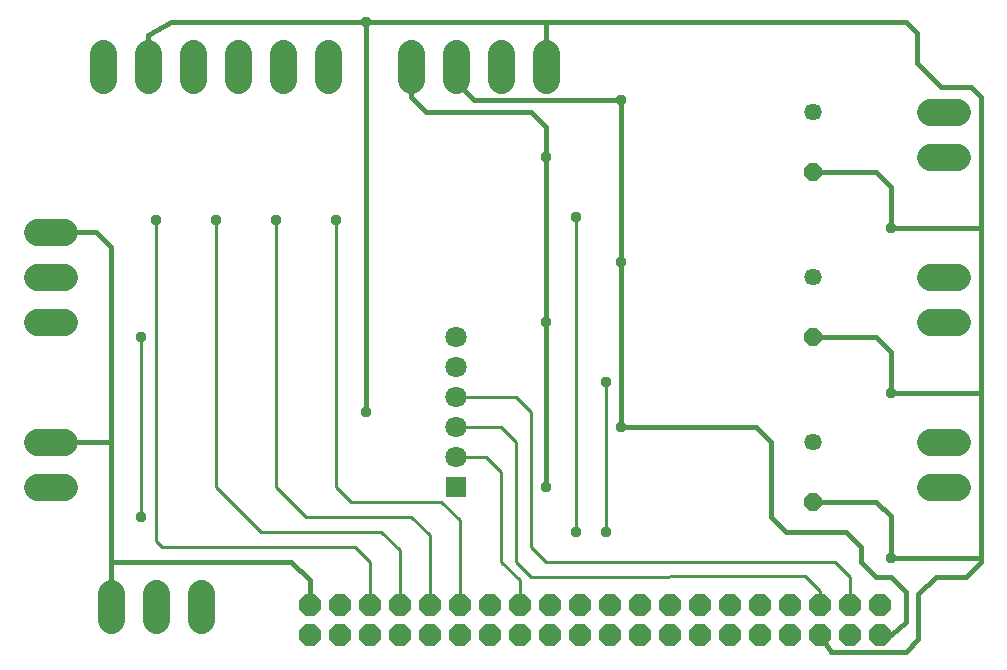
<source format=gbl>
G04 EAGLE Gerber RS-274X export*
G75*
%MOMM*%
%FSLAX34Y34*%
%LPD*%
%INBottom Copper*%
%IPPOS*%
%AMOC8*
5,1,8,0,0,1.08239X$1,22.5*%
G01*
%ADD10P,1.979475X8X202.500000*%
%ADD11C,2.286000*%
%ADD12R,1.800000X1.800000*%
%ADD13C,1.800000*%
%ADD14P,1.583577X8X292.500000*%
%ADD15C,1.463037*%
%ADD16C,0.406400*%
%ADD17C,0.952400*%
%ADD18C,0.254000*%


D10*
X752560Y52268D03*
X752560Y26868D03*
X727160Y52268D03*
X727160Y26868D03*
X701760Y52268D03*
X701760Y26868D03*
X676360Y52268D03*
X676360Y26868D03*
X650960Y52268D03*
X650960Y26868D03*
X625560Y52268D03*
X625560Y26868D03*
X600160Y52268D03*
X600160Y26868D03*
X574760Y52268D03*
X574760Y26868D03*
X549360Y52268D03*
X549360Y26868D03*
X523960Y52268D03*
X523960Y26868D03*
X498560Y52268D03*
X498560Y26868D03*
X473160Y52268D03*
X473160Y26868D03*
X447760Y52268D03*
X447760Y26868D03*
X422360Y52268D03*
X422360Y26868D03*
X396960Y52268D03*
X396960Y26868D03*
X371560Y52268D03*
X371560Y26868D03*
X346160Y52268D03*
X346160Y26868D03*
X320760Y52268D03*
X320760Y26868D03*
X295360Y52268D03*
X295360Y26868D03*
X269960Y52268D03*
X269960Y26868D03*
D11*
X795020Y190500D02*
X817880Y190500D01*
X817880Y152400D02*
X795020Y152400D01*
X795020Y330200D02*
X817880Y330200D01*
X817880Y292100D02*
X795020Y292100D01*
X795020Y469900D02*
X817880Y469900D01*
X817880Y431800D02*
X795020Y431800D01*
X95250Y496570D02*
X95250Y519430D01*
X133350Y519430D02*
X133350Y496570D01*
X171450Y496570D02*
X171450Y519430D01*
X209550Y519430D02*
X209550Y496570D01*
X247650Y496570D02*
X247650Y519430D01*
X285750Y519430D02*
X285750Y496570D01*
X62230Y292100D02*
X39370Y292100D01*
X39370Y330200D02*
X62230Y330200D01*
X62230Y368300D02*
X39370Y368300D01*
X355722Y496570D02*
X355722Y519430D01*
X393822Y519430D02*
X393822Y496570D01*
X431922Y496570D02*
X431922Y519430D01*
X470022Y519430D02*
X470022Y496570D01*
X177800Y62230D02*
X177800Y39370D01*
X139700Y39370D02*
X139700Y62230D01*
X101600Y62230D02*
X101600Y39370D01*
X62230Y152400D02*
X39370Y152400D01*
X39370Y190500D02*
X62230Y190500D01*
D12*
X393700Y152400D03*
D13*
X393700Y177800D03*
X393700Y203200D03*
X393700Y228600D03*
X393700Y254000D03*
X393700Y279400D03*
D14*
X695960Y419100D03*
D15*
X695960Y469900D03*
D14*
X695960Y139700D03*
D15*
X695960Y190500D03*
D14*
X695960Y279400D03*
D15*
X695960Y330200D03*
D16*
X838200Y371475D02*
X838200Y482600D01*
X838200Y371475D02*
X838200Y232029D01*
X838200Y91948D01*
X711200Y12700D02*
X701760Y26868D01*
X711200Y12700D02*
X774700Y12700D01*
X784987Y22987D01*
X784987Y61087D01*
X800100Y76200D01*
X838200Y482600D02*
X830072Y490728D01*
X804672Y490728D01*
X784098Y511302D01*
X784098Y536702D01*
X774700Y546100D01*
X469900Y546100D02*
X317500Y546100D01*
X152400Y546100D01*
X469900Y546100D02*
X774700Y546100D01*
X470083Y508061D02*
X470022Y508000D01*
X470083Y508061D02*
X469900Y546100D01*
X152400Y546100D02*
X133350Y534670D01*
X133350Y508000D01*
X695960Y139700D02*
X695960Y139469D01*
D17*
X762000Y92075D03*
D16*
X762000Y127254D01*
X749683Y139571D01*
X695960Y139469D01*
D17*
X762000Y231902D03*
D16*
X762000Y266700D01*
X749300Y279400D02*
X695960Y279400D01*
X838200Y91948D02*
X838200Y88519D01*
X825881Y76200D01*
X800100Y76200D01*
X762127Y232029D02*
X838200Y232029D01*
X762127Y232029D02*
X762000Y231902D01*
D17*
X762000Y371602D03*
D16*
X749300Y419100D02*
X695960Y419100D01*
X762000Y406400D02*
X762000Y371602D01*
X838200Y371475D01*
X749300Y279400D02*
X762000Y266700D01*
X762000Y406400D02*
X749300Y419100D01*
D17*
X317500Y546100D03*
D16*
X317500Y342900D01*
D17*
X317500Y215900D03*
D16*
X317500Y342900D01*
X762000Y92075D02*
X838073Y92075D01*
X838200Y91948D01*
D18*
X701802Y63754D02*
X701760Y52268D01*
X701802Y63754D02*
X689229Y76327D01*
X457200Y76200D01*
X444500Y88900D01*
X444500Y190500D01*
X431800Y203200D01*
X393700Y203200D01*
X726948Y76200D02*
X727160Y52268D01*
X726948Y76200D02*
X714502Y88773D01*
X495300Y88887D01*
X469900Y88900D01*
X457200Y101600D01*
X457200Y215900D01*
X444500Y228600D01*
X393700Y228600D01*
D17*
X292100Y378460D03*
D18*
X292100Y152400D01*
X304800Y139700D01*
X381000Y139700D01*
X396960Y123740D01*
X396960Y52268D01*
D17*
X241300Y378460D03*
D18*
X241300Y152400D01*
X266700Y127000D01*
X355600Y127000D01*
X371560Y111040D01*
X371560Y52268D01*
D17*
X190500Y378460D03*
D18*
X190500Y152400D01*
X228600Y114300D01*
X330200Y114300D01*
X346160Y98340D01*
X346160Y52268D01*
X320760Y52268D02*
X320760Y88900D01*
D17*
X139700Y378460D03*
D18*
X139700Y106680D02*
X144780Y101600D01*
X308060Y101600D02*
X320760Y88900D01*
X308060Y101600D02*
X144780Y101600D01*
X139700Y106680D02*
X139700Y378460D01*
D17*
X533400Y480060D03*
D16*
X408940Y480060D01*
X393700Y495300D01*
X393822Y508000D01*
X533400Y480060D02*
X533400Y342900D01*
D17*
X533400Y342900D03*
D16*
X533400Y203200D01*
D17*
X533400Y203200D03*
D16*
X752560Y26868D02*
X761873Y26543D01*
X774700Y38100D01*
X660400Y190500D02*
X647700Y203200D01*
X533400Y203200D01*
X736600Y88900D02*
X749300Y76200D01*
X736600Y88900D02*
X736600Y101600D01*
X723900Y114300D01*
X673100Y114300D01*
X660400Y127000D01*
X660400Y190500D01*
X762000Y76200D02*
X774700Y63500D01*
X762000Y76200D02*
X749300Y76200D01*
X774700Y63500D02*
X774700Y38100D01*
D17*
X127000Y127000D03*
D18*
X127000Y279400D01*
D17*
X127000Y279400D03*
D16*
X355600Y482600D02*
X355722Y508000D01*
X355600Y482600D02*
X368300Y469900D01*
X457200Y469900D01*
X469900Y457200D01*
X469900Y431800D01*
D17*
X469900Y431800D03*
D16*
X469900Y292100D01*
D17*
X469900Y292100D03*
D16*
X469900Y152400D01*
D17*
X469900Y152400D03*
X520700Y114300D03*
D18*
X520700Y241300D01*
D17*
X520700Y241300D03*
X495300Y114300D03*
D18*
X495300Y381000D01*
D17*
X495300Y381000D03*
D18*
X419100Y177800D02*
X393700Y177800D01*
X419100Y177800D02*
X431800Y165100D01*
X431800Y88900D01*
X447760Y72940D02*
X447760Y52268D01*
X447760Y72940D02*
X431800Y88900D01*
D16*
X269960Y72940D02*
X269960Y52268D01*
X269960Y72940D02*
X254000Y88900D01*
X101600Y88900D01*
X101600Y355600D02*
X88900Y368300D01*
X50800Y368300D01*
X101600Y355600D02*
X101600Y190500D01*
X101600Y88900D02*
X101600Y50800D01*
X101600Y88900D02*
X101600Y190500D01*
X50800Y190500D01*
M02*

</source>
